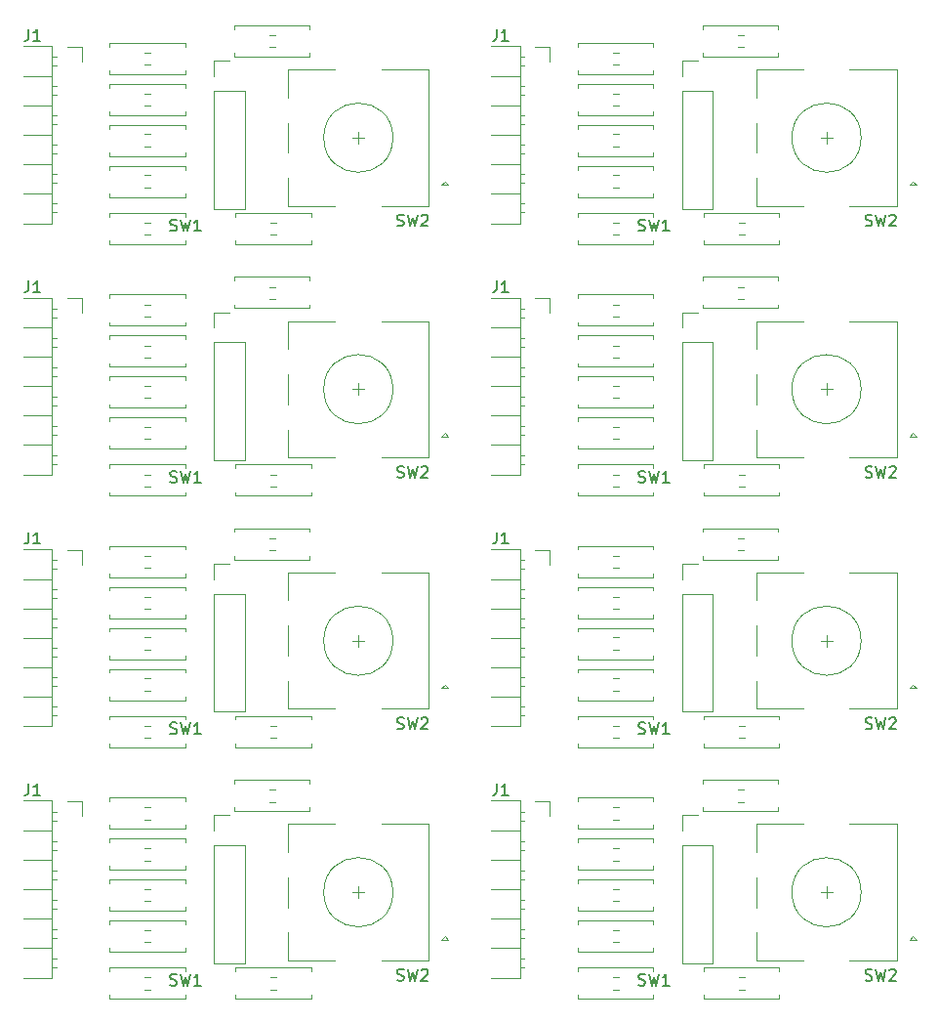
<source format=gbr>
%TF.GenerationSoftware,KiCad,Pcbnew,7.0.2*%
%TF.CreationDate,2023-05-26T21:55:47+09:00*%
%TF.ProjectId,kikit,6b696b69-742e-46b6-9963-61645f706362,rev?*%
%TF.SameCoordinates,Original*%
%TF.FileFunction,Legend,Top*%
%TF.FilePolarity,Positive*%
%FSLAX46Y46*%
G04 Gerber Fmt 4.6, Leading zero omitted, Abs format (unit mm)*
G04 Created by KiCad (PCBNEW 7.0.2) date 2023-05-26 21:55:47*
%MOMM*%
%LPD*%
G01*
G04 APERTURE LIST*
%ADD10C,0.150000*%
%ADD11C,0.120000*%
G04 APERTURE END LIST*
D10*
%TO.C,J1*%
X150115666Y-27723219D02*
X150115666Y-28437504D01*
X150115666Y-28437504D02*
X150068047Y-28580361D01*
X150068047Y-28580361D02*
X149972809Y-28675600D01*
X149972809Y-28675600D02*
X149829952Y-28723219D01*
X149829952Y-28723219D02*
X149734714Y-28723219D01*
X151115666Y-28723219D02*
X150544238Y-28723219D01*
X150829952Y-28723219D02*
X150829952Y-27723219D01*
X150829952Y-27723219D02*
X150734714Y-27866076D01*
X150734714Y-27866076D02*
X150639476Y-27961314D01*
X150639476Y-27961314D02*
X150544238Y-28008933D01*
X109504775Y-93108531D02*
X109504775Y-93822816D01*
X109504775Y-93822816D02*
X109457156Y-93965673D01*
X109457156Y-93965673D02*
X109361918Y-94060912D01*
X109361918Y-94060912D02*
X109219061Y-94108531D01*
X109219061Y-94108531D02*
X109123823Y-94108531D01*
X110504775Y-94108531D02*
X109933347Y-94108531D01*
X110219061Y-94108531D02*
X110219061Y-93108531D01*
X110219061Y-93108531D02*
X110123823Y-93251388D01*
X110123823Y-93251388D02*
X110028585Y-93346626D01*
X110028585Y-93346626D02*
X109933347Y-93394245D01*
X109504775Y-27723219D02*
X109504775Y-28437504D01*
X109504775Y-28437504D02*
X109457156Y-28580361D01*
X109457156Y-28580361D02*
X109361918Y-28675600D01*
X109361918Y-28675600D02*
X109219061Y-28723219D01*
X109219061Y-28723219D02*
X109123823Y-28723219D01*
X110504775Y-28723219D02*
X109933347Y-28723219D01*
X110219061Y-28723219D02*
X110219061Y-27723219D01*
X110219061Y-27723219D02*
X110123823Y-27866076D01*
X110123823Y-27866076D02*
X110028585Y-27961314D01*
X110028585Y-27961314D02*
X109933347Y-28008933D01*
X109504775Y-71313427D02*
X109504775Y-72027712D01*
X109504775Y-72027712D02*
X109457156Y-72170569D01*
X109457156Y-72170569D02*
X109361918Y-72265808D01*
X109361918Y-72265808D02*
X109219061Y-72313427D01*
X109219061Y-72313427D02*
X109123823Y-72313427D01*
X110504775Y-72313427D02*
X109933347Y-72313427D01*
X110219061Y-72313427D02*
X110219061Y-71313427D01*
X110219061Y-71313427D02*
X110123823Y-71456284D01*
X110123823Y-71456284D02*
X110028585Y-71551522D01*
X110028585Y-71551522D02*
X109933347Y-71599141D01*
X150115666Y-71313427D02*
X150115666Y-72027712D01*
X150115666Y-72027712D02*
X150068047Y-72170569D01*
X150068047Y-72170569D02*
X149972809Y-72265808D01*
X149972809Y-72265808D02*
X149829952Y-72313427D01*
X149829952Y-72313427D02*
X149734714Y-72313427D01*
X151115666Y-72313427D02*
X150544238Y-72313427D01*
X150829952Y-72313427D02*
X150829952Y-71313427D01*
X150829952Y-71313427D02*
X150734714Y-71456284D01*
X150734714Y-71456284D02*
X150639476Y-71551522D01*
X150639476Y-71551522D02*
X150544238Y-71599141D01*
%TO.C,SW1*%
X121779776Y-88759808D02*
X121922633Y-88807427D01*
X121922633Y-88807427D02*
X122160728Y-88807427D01*
X122160728Y-88807427D02*
X122255966Y-88759808D01*
X122255966Y-88759808D02*
X122303585Y-88712188D01*
X122303585Y-88712188D02*
X122351204Y-88616950D01*
X122351204Y-88616950D02*
X122351204Y-88521712D01*
X122351204Y-88521712D02*
X122303585Y-88426474D01*
X122303585Y-88426474D02*
X122255966Y-88378855D01*
X122255966Y-88378855D02*
X122160728Y-88331236D01*
X122160728Y-88331236D02*
X121970252Y-88283617D01*
X121970252Y-88283617D02*
X121875014Y-88235998D01*
X121875014Y-88235998D02*
X121827395Y-88188379D01*
X121827395Y-88188379D02*
X121779776Y-88093141D01*
X121779776Y-88093141D02*
X121779776Y-87997903D01*
X121779776Y-87997903D02*
X121827395Y-87902665D01*
X121827395Y-87902665D02*
X121875014Y-87855046D01*
X121875014Y-87855046D02*
X121970252Y-87807427D01*
X121970252Y-87807427D02*
X122208347Y-87807427D01*
X122208347Y-87807427D02*
X122351204Y-87855046D01*
X122684538Y-87807427D02*
X122922633Y-88807427D01*
X122922633Y-88807427D02*
X123113109Y-88093141D01*
X123113109Y-88093141D02*
X123303585Y-88807427D01*
X123303585Y-88807427D02*
X123541681Y-87807427D01*
X124446442Y-88807427D02*
X123875014Y-88807427D01*
X124160728Y-88807427D02*
X124160728Y-87807427D01*
X124160728Y-87807427D02*
X124065490Y-87950284D01*
X124065490Y-87950284D02*
X123970252Y-88045522D01*
X123970252Y-88045522D02*
X123875014Y-88093141D01*
%TO.C,SW2*%
X182076667Y-44749600D02*
X182219524Y-44797219D01*
X182219524Y-44797219D02*
X182457619Y-44797219D01*
X182457619Y-44797219D02*
X182552857Y-44749600D01*
X182552857Y-44749600D02*
X182600476Y-44701980D01*
X182600476Y-44701980D02*
X182648095Y-44606742D01*
X182648095Y-44606742D02*
X182648095Y-44511504D01*
X182648095Y-44511504D02*
X182600476Y-44416266D01*
X182600476Y-44416266D02*
X182552857Y-44368647D01*
X182552857Y-44368647D02*
X182457619Y-44321028D01*
X182457619Y-44321028D02*
X182267143Y-44273409D01*
X182267143Y-44273409D02*
X182171905Y-44225790D01*
X182171905Y-44225790D02*
X182124286Y-44178171D01*
X182124286Y-44178171D02*
X182076667Y-44082933D01*
X182076667Y-44082933D02*
X182076667Y-43987695D01*
X182076667Y-43987695D02*
X182124286Y-43892457D01*
X182124286Y-43892457D02*
X182171905Y-43844838D01*
X182171905Y-43844838D02*
X182267143Y-43797219D01*
X182267143Y-43797219D02*
X182505238Y-43797219D01*
X182505238Y-43797219D02*
X182648095Y-43844838D01*
X182981429Y-43797219D02*
X183219524Y-44797219D01*
X183219524Y-44797219D02*
X183410000Y-44082933D01*
X183410000Y-44082933D02*
X183600476Y-44797219D01*
X183600476Y-44797219D02*
X183838572Y-43797219D01*
X184171905Y-43892457D02*
X184219524Y-43844838D01*
X184219524Y-43844838D02*
X184314762Y-43797219D01*
X184314762Y-43797219D02*
X184552857Y-43797219D01*
X184552857Y-43797219D02*
X184648095Y-43844838D01*
X184648095Y-43844838D02*
X184695714Y-43892457D01*
X184695714Y-43892457D02*
X184743333Y-43987695D01*
X184743333Y-43987695D02*
X184743333Y-44082933D01*
X184743333Y-44082933D02*
X184695714Y-44225790D01*
X184695714Y-44225790D02*
X184124286Y-44797219D01*
X184124286Y-44797219D02*
X184743333Y-44797219D01*
X182076667Y-110134912D02*
X182219524Y-110182531D01*
X182219524Y-110182531D02*
X182457619Y-110182531D01*
X182457619Y-110182531D02*
X182552857Y-110134912D01*
X182552857Y-110134912D02*
X182600476Y-110087292D01*
X182600476Y-110087292D02*
X182648095Y-109992054D01*
X182648095Y-109992054D02*
X182648095Y-109896816D01*
X182648095Y-109896816D02*
X182600476Y-109801578D01*
X182600476Y-109801578D02*
X182552857Y-109753959D01*
X182552857Y-109753959D02*
X182457619Y-109706340D01*
X182457619Y-109706340D02*
X182267143Y-109658721D01*
X182267143Y-109658721D02*
X182171905Y-109611102D01*
X182171905Y-109611102D02*
X182124286Y-109563483D01*
X182124286Y-109563483D02*
X182076667Y-109468245D01*
X182076667Y-109468245D02*
X182076667Y-109373007D01*
X182076667Y-109373007D02*
X182124286Y-109277769D01*
X182124286Y-109277769D02*
X182171905Y-109230150D01*
X182171905Y-109230150D02*
X182267143Y-109182531D01*
X182267143Y-109182531D02*
X182505238Y-109182531D01*
X182505238Y-109182531D02*
X182648095Y-109230150D01*
X182981429Y-109182531D02*
X183219524Y-110182531D01*
X183219524Y-110182531D02*
X183410000Y-109468245D01*
X183410000Y-109468245D02*
X183600476Y-110182531D01*
X183600476Y-110182531D02*
X183838572Y-109182531D01*
X184171905Y-109277769D02*
X184219524Y-109230150D01*
X184219524Y-109230150D02*
X184314762Y-109182531D01*
X184314762Y-109182531D02*
X184552857Y-109182531D01*
X184552857Y-109182531D02*
X184648095Y-109230150D01*
X184648095Y-109230150D02*
X184695714Y-109277769D01*
X184695714Y-109277769D02*
X184743333Y-109373007D01*
X184743333Y-109373007D02*
X184743333Y-109468245D01*
X184743333Y-109468245D02*
X184695714Y-109611102D01*
X184695714Y-109611102D02*
X184124286Y-110182531D01*
X184124286Y-110182531D02*
X184743333Y-110182531D01*
%TO.C,SW1*%
X121779776Y-66964704D02*
X121922633Y-67012323D01*
X121922633Y-67012323D02*
X122160728Y-67012323D01*
X122160728Y-67012323D02*
X122255966Y-66964704D01*
X122255966Y-66964704D02*
X122303585Y-66917084D01*
X122303585Y-66917084D02*
X122351204Y-66821846D01*
X122351204Y-66821846D02*
X122351204Y-66726608D01*
X122351204Y-66726608D02*
X122303585Y-66631370D01*
X122303585Y-66631370D02*
X122255966Y-66583751D01*
X122255966Y-66583751D02*
X122160728Y-66536132D01*
X122160728Y-66536132D02*
X121970252Y-66488513D01*
X121970252Y-66488513D02*
X121875014Y-66440894D01*
X121875014Y-66440894D02*
X121827395Y-66393275D01*
X121827395Y-66393275D02*
X121779776Y-66298037D01*
X121779776Y-66298037D02*
X121779776Y-66202799D01*
X121779776Y-66202799D02*
X121827395Y-66107561D01*
X121827395Y-66107561D02*
X121875014Y-66059942D01*
X121875014Y-66059942D02*
X121970252Y-66012323D01*
X121970252Y-66012323D02*
X122208347Y-66012323D01*
X122208347Y-66012323D02*
X122351204Y-66059942D01*
X122684538Y-66012323D02*
X122922633Y-67012323D01*
X122922633Y-67012323D02*
X123113109Y-66298037D01*
X123113109Y-66298037D02*
X123303585Y-67012323D01*
X123303585Y-67012323D02*
X123541681Y-66012323D01*
X124446442Y-67012323D02*
X123875014Y-67012323D01*
X124160728Y-67012323D02*
X124160728Y-66012323D01*
X124160728Y-66012323D02*
X124065490Y-66155180D01*
X124065490Y-66155180D02*
X123970252Y-66250418D01*
X123970252Y-66250418D02*
X123875014Y-66298037D01*
%TO.C,J1*%
X150115666Y-49518323D02*
X150115666Y-50232608D01*
X150115666Y-50232608D02*
X150068047Y-50375465D01*
X150068047Y-50375465D02*
X149972809Y-50470704D01*
X149972809Y-50470704D02*
X149829952Y-50518323D01*
X149829952Y-50518323D02*
X149734714Y-50518323D01*
X151115666Y-50518323D02*
X150544238Y-50518323D01*
X150829952Y-50518323D02*
X150829952Y-49518323D01*
X150829952Y-49518323D02*
X150734714Y-49661180D01*
X150734714Y-49661180D02*
X150639476Y-49756418D01*
X150639476Y-49756418D02*
X150544238Y-49804037D01*
%TO.C,SW1*%
X162390667Y-110554912D02*
X162533524Y-110602531D01*
X162533524Y-110602531D02*
X162771619Y-110602531D01*
X162771619Y-110602531D02*
X162866857Y-110554912D01*
X162866857Y-110554912D02*
X162914476Y-110507292D01*
X162914476Y-110507292D02*
X162962095Y-110412054D01*
X162962095Y-110412054D02*
X162962095Y-110316816D01*
X162962095Y-110316816D02*
X162914476Y-110221578D01*
X162914476Y-110221578D02*
X162866857Y-110173959D01*
X162866857Y-110173959D02*
X162771619Y-110126340D01*
X162771619Y-110126340D02*
X162581143Y-110078721D01*
X162581143Y-110078721D02*
X162485905Y-110031102D01*
X162485905Y-110031102D02*
X162438286Y-109983483D01*
X162438286Y-109983483D02*
X162390667Y-109888245D01*
X162390667Y-109888245D02*
X162390667Y-109793007D01*
X162390667Y-109793007D02*
X162438286Y-109697769D01*
X162438286Y-109697769D02*
X162485905Y-109650150D01*
X162485905Y-109650150D02*
X162581143Y-109602531D01*
X162581143Y-109602531D02*
X162819238Y-109602531D01*
X162819238Y-109602531D02*
X162962095Y-109650150D01*
X163295429Y-109602531D02*
X163533524Y-110602531D01*
X163533524Y-110602531D02*
X163724000Y-109888245D01*
X163724000Y-109888245D02*
X163914476Y-110602531D01*
X163914476Y-110602531D02*
X164152572Y-109602531D01*
X165057333Y-110602531D02*
X164485905Y-110602531D01*
X164771619Y-110602531D02*
X164771619Y-109602531D01*
X164771619Y-109602531D02*
X164676381Y-109745388D01*
X164676381Y-109745388D02*
X164581143Y-109840626D01*
X164581143Y-109840626D02*
X164485905Y-109888245D01*
%TO.C,SW2*%
X141465776Y-88339808D02*
X141608633Y-88387427D01*
X141608633Y-88387427D02*
X141846728Y-88387427D01*
X141846728Y-88387427D02*
X141941966Y-88339808D01*
X141941966Y-88339808D02*
X141989585Y-88292188D01*
X141989585Y-88292188D02*
X142037204Y-88196950D01*
X142037204Y-88196950D02*
X142037204Y-88101712D01*
X142037204Y-88101712D02*
X141989585Y-88006474D01*
X141989585Y-88006474D02*
X141941966Y-87958855D01*
X141941966Y-87958855D02*
X141846728Y-87911236D01*
X141846728Y-87911236D02*
X141656252Y-87863617D01*
X141656252Y-87863617D02*
X141561014Y-87815998D01*
X141561014Y-87815998D02*
X141513395Y-87768379D01*
X141513395Y-87768379D02*
X141465776Y-87673141D01*
X141465776Y-87673141D02*
X141465776Y-87577903D01*
X141465776Y-87577903D02*
X141513395Y-87482665D01*
X141513395Y-87482665D02*
X141561014Y-87435046D01*
X141561014Y-87435046D02*
X141656252Y-87387427D01*
X141656252Y-87387427D02*
X141894347Y-87387427D01*
X141894347Y-87387427D02*
X142037204Y-87435046D01*
X142370538Y-87387427D02*
X142608633Y-88387427D01*
X142608633Y-88387427D02*
X142799109Y-87673141D01*
X142799109Y-87673141D02*
X142989585Y-88387427D01*
X142989585Y-88387427D02*
X143227681Y-87387427D01*
X143561014Y-87482665D02*
X143608633Y-87435046D01*
X143608633Y-87435046D02*
X143703871Y-87387427D01*
X143703871Y-87387427D02*
X143941966Y-87387427D01*
X143941966Y-87387427D02*
X144037204Y-87435046D01*
X144037204Y-87435046D02*
X144084823Y-87482665D01*
X144084823Y-87482665D02*
X144132442Y-87577903D01*
X144132442Y-87577903D02*
X144132442Y-87673141D01*
X144132442Y-87673141D02*
X144084823Y-87815998D01*
X144084823Y-87815998D02*
X143513395Y-88387427D01*
X143513395Y-88387427D02*
X144132442Y-88387427D01*
%TO.C,SW1*%
X121779776Y-45169600D02*
X121922633Y-45217219D01*
X121922633Y-45217219D02*
X122160728Y-45217219D01*
X122160728Y-45217219D02*
X122255966Y-45169600D01*
X122255966Y-45169600D02*
X122303585Y-45121980D01*
X122303585Y-45121980D02*
X122351204Y-45026742D01*
X122351204Y-45026742D02*
X122351204Y-44931504D01*
X122351204Y-44931504D02*
X122303585Y-44836266D01*
X122303585Y-44836266D02*
X122255966Y-44788647D01*
X122255966Y-44788647D02*
X122160728Y-44741028D01*
X122160728Y-44741028D02*
X121970252Y-44693409D01*
X121970252Y-44693409D02*
X121875014Y-44645790D01*
X121875014Y-44645790D02*
X121827395Y-44598171D01*
X121827395Y-44598171D02*
X121779776Y-44502933D01*
X121779776Y-44502933D02*
X121779776Y-44407695D01*
X121779776Y-44407695D02*
X121827395Y-44312457D01*
X121827395Y-44312457D02*
X121875014Y-44264838D01*
X121875014Y-44264838D02*
X121970252Y-44217219D01*
X121970252Y-44217219D02*
X122208347Y-44217219D01*
X122208347Y-44217219D02*
X122351204Y-44264838D01*
X122684538Y-44217219D02*
X122922633Y-45217219D01*
X122922633Y-45217219D02*
X123113109Y-44502933D01*
X123113109Y-44502933D02*
X123303585Y-45217219D01*
X123303585Y-45217219D02*
X123541681Y-44217219D01*
X124446442Y-45217219D02*
X123875014Y-45217219D01*
X124160728Y-45217219D02*
X124160728Y-44217219D01*
X124160728Y-44217219D02*
X124065490Y-44360076D01*
X124065490Y-44360076D02*
X123970252Y-44455314D01*
X123970252Y-44455314D02*
X123875014Y-44502933D01*
%TO.C,SW2*%
X182076667Y-88339808D02*
X182219524Y-88387427D01*
X182219524Y-88387427D02*
X182457619Y-88387427D01*
X182457619Y-88387427D02*
X182552857Y-88339808D01*
X182552857Y-88339808D02*
X182600476Y-88292188D01*
X182600476Y-88292188D02*
X182648095Y-88196950D01*
X182648095Y-88196950D02*
X182648095Y-88101712D01*
X182648095Y-88101712D02*
X182600476Y-88006474D01*
X182600476Y-88006474D02*
X182552857Y-87958855D01*
X182552857Y-87958855D02*
X182457619Y-87911236D01*
X182457619Y-87911236D02*
X182267143Y-87863617D01*
X182267143Y-87863617D02*
X182171905Y-87815998D01*
X182171905Y-87815998D02*
X182124286Y-87768379D01*
X182124286Y-87768379D02*
X182076667Y-87673141D01*
X182076667Y-87673141D02*
X182076667Y-87577903D01*
X182076667Y-87577903D02*
X182124286Y-87482665D01*
X182124286Y-87482665D02*
X182171905Y-87435046D01*
X182171905Y-87435046D02*
X182267143Y-87387427D01*
X182267143Y-87387427D02*
X182505238Y-87387427D01*
X182505238Y-87387427D02*
X182648095Y-87435046D01*
X182981429Y-87387427D02*
X183219524Y-88387427D01*
X183219524Y-88387427D02*
X183410000Y-87673141D01*
X183410000Y-87673141D02*
X183600476Y-88387427D01*
X183600476Y-88387427D02*
X183838572Y-87387427D01*
X184171905Y-87482665D02*
X184219524Y-87435046D01*
X184219524Y-87435046D02*
X184314762Y-87387427D01*
X184314762Y-87387427D02*
X184552857Y-87387427D01*
X184552857Y-87387427D02*
X184648095Y-87435046D01*
X184648095Y-87435046D02*
X184695714Y-87482665D01*
X184695714Y-87482665D02*
X184743333Y-87577903D01*
X184743333Y-87577903D02*
X184743333Y-87673141D01*
X184743333Y-87673141D02*
X184695714Y-87815998D01*
X184695714Y-87815998D02*
X184124286Y-88387427D01*
X184124286Y-88387427D02*
X184743333Y-88387427D01*
%TO.C,SW1*%
X162390667Y-88759808D02*
X162533524Y-88807427D01*
X162533524Y-88807427D02*
X162771619Y-88807427D01*
X162771619Y-88807427D02*
X162866857Y-88759808D01*
X162866857Y-88759808D02*
X162914476Y-88712188D01*
X162914476Y-88712188D02*
X162962095Y-88616950D01*
X162962095Y-88616950D02*
X162962095Y-88521712D01*
X162962095Y-88521712D02*
X162914476Y-88426474D01*
X162914476Y-88426474D02*
X162866857Y-88378855D01*
X162866857Y-88378855D02*
X162771619Y-88331236D01*
X162771619Y-88331236D02*
X162581143Y-88283617D01*
X162581143Y-88283617D02*
X162485905Y-88235998D01*
X162485905Y-88235998D02*
X162438286Y-88188379D01*
X162438286Y-88188379D02*
X162390667Y-88093141D01*
X162390667Y-88093141D02*
X162390667Y-87997903D01*
X162390667Y-87997903D02*
X162438286Y-87902665D01*
X162438286Y-87902665D02*
X162485905Y-87855046D01*
X162485905Y-87855046D02*
X162581143Y-87807427D01*
X162581143Y-87807427D02*
X162819238Y-87807427D01*
X162819238Y-87807427D02*
X162962095Y-87855046D01*
X163295429Y-87807427D02*
X163533524Y-88807427D01*
X163533524Y-88807427D02*
X163724000Y-88093141D01*
X163724000Y-88093141D02*
X163914476Y-88807427D01*
X163914476Y-88807427D02*
X164152572Y-87807427D01*
X165057333Y-88807427D02*
X164485905Y-88807427D01*
X164771619Y-88807427D02*
X164771619Y-87807427D01*
X164771619Y-87807427D02*
X164676381Y-87950284D01*
X164676381Y-87950284D02*
X164581143Y-88045522D01*
X164581143Y-88045522D02*
X164485905Y-88093141D01*
%TO.C,SW2*%
X141465776Y-66544704D02*
X141608633Y-66592323D01*
X141608633Y-66592323D02*
X141846728Y-66592323D01*
X141846728Y-66592323D02*
X141941966Y-66544704D01*
X141941966Y-66544704D02*
X141989585Y-66497084D01*
X141989585Y-66497084D02*
X142037204Y-66401846D01*
X142037204Y-66401846D02*
X142037204Y-66306608D01*
X142037204Y-66306608D02*
X141989585Y-66211370D01*
X141989585Y-66211370D02*
X141941966Y-66163751D01*
X141941966Y-66163751D02*
X141846728Y-66116132D01*
X141846728Y-66116132D02*
X141656252Y-66068513D01*
X141656252Y-66068513D02*
X141561014Y-66020894D01*
X141561014Y-66020894D02*
X141513395Y-65973275D01*
X141513395Y-65973275D02*
X141465776Y-65878037D01*
X141465776Y-65878037D02*
X141465776Y-65782799D01*
X141465776Y-65782799D02*
X141513395Y-65687561D01*
X141513395Y-65687561D02*
X141561014Y-65639942D01*
X141561014Y-65639942D02*
X141656252Y-65592323D01*
X141656252Y-65592323D02*
X141894347Y-65592323D01*
X141894347Y-65592323D02*
X142037204Y-65639942D01*
X142370538Y-65592323D02*
X142608633Y-66592323D01*
X142608633Y-66592323D02*
X142799109Y-65878037D01*
X142799109Y-65878037D02*
X142989585Y-66592323D01*
X142989585Y-66592323D02*
X143227681Y-65592323D01*
X143561014Y-65687561D02*
X143608633Y-65639942D01*
X143608633Y-65639942D02*
X143703871Y-65592323D01*
X143703871Y-65592323D02*
X143941966Y-65592323D01*
X143941966Y-65592323D02*
X144037204Y-65639942D01*
X144037204Y-65639942D02*
X144084823Y-65687561D01*
X144084823Y-65687561D02*
X144132442Y-65782799D01*
X144132442Y-65782799D02*
X144132442Y-65878037D01*
X144132442Y-65878037D02*
X144084823Y-66020894D01*
X144084823Y-66020894D02*
X143513395Y-66592323D01*
X143513395Y-66592323D02*
X144132442Y-66592323D01*
%TO.C,J1*%
X109504775Y-49518323D02*
X109504775Y-50232608D01*
X109504775Y-50232608D02*
X109457156Y-50375465D01*
X109457156Y-50375465D02*
X109361918Y-50470704D01*
X109361918Y-50470704D02*
X109219061Y-50518323D01*
X109219061Y-50518323D02*
X109123823Y-50518323D01*
X110504775Y-50518323D02*
X109933347Y-50518323D01*
X110219061Y-50518323D02*
X110219061Y-49518323D01*
X110219061Y-49518323D02*
X110123823Y-49661180D01*
X110123823Y-49661180D02*
X110028585Y-49756418D01*
X110028585Y-49756418D02*
X109933347Y-49804037D01*
%TO.C,SW2*%
X141465776Y-110134912D02*
X141608633Y-110182531D01*
X141608633Y-110182531D02*
X141846728Y-110182531D01*
X141846728Y-110182531D02*
X141941966Y-110134912D01*
X141941966Y-110134912D02*
X141989585Y-110087292D01*
X141989585Y-110087292D02*
X142037204Y-109992054D01*
X142037204Y-109992054D02*
X142037204Y-109896816D01*
X142037204Y-109896816D02*
X141989585Y-109801578D01*
X141989585Y-109801578D02*
X141941966Y-109753959D01*
X141941966Y-109753959D02*
X141846728Y-109706340D01*
X141846728Y-109706340D02*
X141656252Y-109658721D01*
X141656252Y-109658721D02*
X141561014Y-109611102D01*
X141561014Y-109611102D02*
X141513395Y-109563483D01*
X141513395Y-109563483D02*
X141465776Y-109468245D01*
X141465776Y-109468245D02*
X141465776Y-109373007D01*
X141465776Y-109373007D02*
X141513395Y-109277769D01*
X141513395Y-109277769D02*
X141561014Y-109230150D01*
X141561014Y-109230150D02*
X141656252Y-109182531D01*
X141656252Y-109182531D02*
X141894347Y-109182531D01*
X141894347Y-109182531D02*
X142037204Y-109230150D01*
X142370538Y-109182531D02*
X142608633Y-110182531D01*
X142608633Y-110182531D02*
X142799109Y-109468245D01*
X142799109Y-109468245D02*
X142989585Y-110182531D01*
X142989585Y-110182531D02*
X143227681Y-109182531D01*
X143561014Y-109277769D02*
X143608633Y-109230150D01*
X143608633Y-109230150D02*
X143703871Y-109182531D01*
X143703871Y-109182531D02*
X143941966Y-109182531D01*
X143941966Y-109182531D02*
X144037204Y-109230150D01*
X144037204Y-109230150D02*
X144084823Y-109277769D01*
X144084823Y-109277769D02*
X144132442Y-109373007D01*
X144132442Y-109373007D02*
X144132442Y-109468245D01*
X144132442Y-109468245D02*
X144084823Y-109611102D01*
X144084823Y-109611102D02*
X143513395Y-110182531D01*
X143513395Y-110182531D02*
X144132442Y-110182531D01*
X182076667Y-66544704D02*
X182219524Y-66592323D01*
X182219524Y-66592323D02*
X182457619Y-66592323D01*
X182457619Y-66592323D02*
X182552857Y-66544704D01*
X182552857Y-66544704D02*
X182600476Y-66497084D01*
X182600476Y-66497084D02*
X182648095Y-66401846D01*
X182648095Y-66401846D02*
X182648095Y-66306608D01*
X182648095Y-66306608D02*
X182600476Y-66211370D01*
X182600476Y-66211370D02*
X182552857Y-66163751D01*
X182552857Y-66163751D02*
X182457619Y-66116132D01*
X182457619Y-66116132D02*
X182267143Y-66068513D01*
X182267143Y-66068513D02*
X182171905Y-66020894D01*
X182171905Y-66020894D02*
X182124286Y-65973275D01*
X182124286Y-65973275D02*
X182076667Y-65878037D01*
X182076667Y-65878037D02*
X182076667Y-65782799D01*
X182076667Y-65782799D02*
X182124286Y-65687561D01*
X182124286Y-65687561D02*
X182171905Y-65639942D01*
X182171905Y-65639942D02*
X182267143Y-65592323D01*
X182267143Y-65592323D02*
X182505238Y-65592323D01*
X182505238Y-65592323D02*
X182648095Y-65639942D01*
X182981429Y-65592323D02*
X183219524Y-66592323D01*
X183219524Y-66592323D02*
X183410000Y-65878037D01*
X183410000Y-65878037D02*
X183600476Y-66592323D01*
X183600476Y-66592323D02*
X183838572Y-65592323D01*
X184171905Y-65687561D02*
X184219524Y-65639942D01*
X184219524Y-65639942D02*
X184314762Y-65592323D01*
X184314762Y-65592323D02*
X184552857Y-65592323D01*
X184552857Y-65592323D02*
X184648095Y-65639942D01*
X184648095Y-65639942D02*
X184695714Y-65687561D01*
X184695714Y-65687561D02*
X184743333Y-65782799D01*
X184743333Y-65782799D02*
X184743333Y-65878037D01*
X184743333Y-65878037D02*
X184695714Y-66020894D01*
X184695714Y-66020894D02*
X184124286Y-66592323D01*
X184124286Y-66592323D02*
X184743333Y-66592323D01*
%TO.C,SW1*%
X162390667Y-45169600D02*
X162533524Y-45217219D01*
X162533524Y-45217219D02*
X162771619Y-45217219D01*
X162771619Y-45217219D02*
X162866857Y-45169600D01*
X162866857Y-45169600D02*
X162914476Y-45121980D01*
X162914476Y-45121980D02*
X162962095Y-45026742D01*
X162962095Y-45026742D02*
X162962095Y-44931504D01*
X162962095Y-44931504D02*
X162914476Y-44836266D01*
X162914476Y-44836266D02*
X162866857Y-44788647D01*
X162866857Y-44788647D02*
X162771619Y-44741028D01*
X162771619Y-44741028D02*
X162581143Y-44693409D01*
X162581143Y-44693409D02*
X162485905Y-44645790D01*
X162485905Y-44645790D02*
X162438286Y-44598171D01*
X162438286Y-44598171D02*
X162390667Y-44502933D01*
X162390667Y-44502933D02*
X162390667Y-44407695D01*
X162390667Y-44407695D02*
X162438286Y-44312457D01*
X162438286Y-44312457D02*
X162485905Y-44264838D01*
X162485905Y-44264838D02*
X162581143Y-44217219D01*
X162581143Y-44217219D02*
X162819238Y-44217219D01*
X162819238Y-44217219D02*
X162962095Y-44264838D01*
X163295429Y-44217219D02*
X163533524Y-45217219D01*
X163533524Y-45217219D02*
X163724000Y-44502933D01*
X163724000Y-44502933D02*
X163914476Y-45217219D01*
X163914476Y-45217219D02*
X164152572Y-44217219D01*
X165057333Y-45217219D02*
X164485905Y-45217219D01*
X164771619Y-45217219D02*
X164771619Y-44217219D01*
X164771619Y-44217219D02*
X164676381Y-44360076D01*
X164676381Y-44360076D02*
X164581143Y-44455314D01*
X164581143Y-44455314D02*
X164485905Y-44502933D01*
X162390667Y-66964704D02*
X162533524Y-67012323D01*
X162533524Y-67012323D02*
X162771619Y-67012323D01*
X162771619Y-67012323D02*
X162866857Y-66964704D01*
X162866857Y-66964704D02*
X162914476Y-66917084D01*
X162914476Y-66917084D02*
X162962095Y-66821846D01*
X162962095Y-66821846D02*
X162962095Y-66726608D01*
X162962095Y-66726608D02*
X162914476Y-66631370D01*
X162914476Y-66631370D02*
X162866857Y-66583751D01*
X162866857Y-66583751D02*
X162771619Y-66536132D01*
X162771619Y-66536132D02*
X162581143Y-66488513D01*
X162581143Y-66488513D02*
X162485905Y-66440894D01*
X162485905Y-66440894D02*
X162438286Y-66393275D01*
X162438286Y-66393275D02*
X162390667Y-66298037D01*
X162390667Y-66298037D02*
X162390667Y-66202799D01*
X162390667Y-66202799D02*
X162438286Y-66107561D01*
X162438286Y-66107561D02*
X162485905Y-66059942D01*
X162485905Y-66059942D02*
X162581143Y-66012323D01*
X162581143Y-66012323D02*
X162819238Y-66012323D01*
X162819238Y-66012323D02*
X162962095Y-66059942D01*
X163295429Y-66012323D02*
X163533524Y-67012323D01*
X163533524Y-67012323D02*
X163724000Y-66298037D01*
X163724000Y-66298037D02*
X163914476Y-67012323D01*
X163914476Y-67012323D02*
X164152572Y-66012323D01*
X165057333Y-67012323D02*
X164485905Y-67012323D01*
X164771619Y-67012323D02*
X164771619Y-66012323D01*
X164771619Y-66012323D02*
X164676381Y-66155180D01*
X164676381Y-66155180D02*
X164581143Y-66250418D01*
X164581143Y-66250418D02*
X164485905Y-66298037D01*
%TO.C,SW2*%
X141465776Y-44749600D02*
X141608633Y-44797219D01*
X141608633Y-44797219D02*
X141846728Y-44797219D01*
X141846728Y-44797219D02*
X141941966Y-44749600D01*
X141941966Y-44749600D02*
X141989585Y-44701980D01*
X141989585Y-44701980D02*
X142037204Y-44606742D01*
X142037204Y-44606742D02*
X142037204Y-44511504D01*
X142037204Y-44511504D02*
X141989585Y-44416266D01*
X141989585Y-44416266D02*
X141941966Y-44368647D01*
X141941966Y-44368647D02*
X141846728Y-44321028D01*
X141846728Y-44321028D02*
X141656252Y-44273409D01*
X141656252Y-44273409D02*
X141561014Y-44225790D01*
X141561014Y-44225790D02*
X141513395Y-44178171D01*
X141513395Y-44178171D02*
X141465776Y-44082933D01*
X141465776Y-44082933D02*
X141465776Y-43987695D01*
X141465776Y-43987695D02*
X141513395Y-43892457D01*
X141513395Y-43892457D02*
X141561014Y-43844838D01*
X141561014Y-43844838D02*
X141656252Y-43797219D01*
X141656252Y-43797219D02*
X141894347Y-43797219D01*
X141894347Y-43797219D02*
X142037204Y-43844838D01*
X142370538Y-43797219D02*
X142608633Y-44797219D01*
X142608633Y-44797219D02*
X142799109Y-44082933D01*
X142799109Y-44082933D02*
X142989585Y-44797219D01*
X142989585Y-44797219D02*
X143227681Y-43797219D01*
X143561014Y-43892457D02*
X143608633Y-43844838D01*
X143608633Y-43844838D02*
X143703871Y-43797219D01*
X143703871Y-43797219D02*
X143941966Y-43797219D01*
X143941966Y-43797219D02*
X144037204Y-43844838D01*
X144037204Y-43844838D02*
X144084823Y-43892457D01*
X144084823Y-43892457D02*
X144132442Y-43987695D01*
X144132442Y-43987695D02*
X144132442Y-44082933D01*
X144132442Y-44082933D02*
X144084823Y-44225790D01*
X144084823Y-44225790D02*
X143513395Y-44797219D01*
X143513395Y-44797219D02*
X144132442Y-44797219D01*
%TO.C,SW1*%
X121779776Y-110554912D02*
X121922633Y-110602531D01*
X121922633Y-110602531D02*
X122160728Y-110602531D01*
X122160728Y-110602531D02*
X122255966Y-110554912D01*
X122255966Y-110554912D02*
X122303585Y-110507292D01*
X122303585Y-110507292D02*
X122351204Y-110412054D01*
X122351204Y-110412054D02*
X122351204Y-110316816D01*
X122351204Y-110316816D02*
X122303585Y-110221578D01*
X122303585Y-110221578D02*
X122255966Y-110173959D01*
X122255966Y-110173959D02*
X122160728Y-110126340D01*
X122160728Y-110126340D02*
X121970252Y-110078721D01*
X121970252Y-110078721D02*
X121875014Y-110031102D01*
X121875014Y-110031102D02*
X121827395Y-109983483D01*
X121827395Y-109983483D02*
X121779776Y-109888245D01*
X121779776Y-109888245D02*
X121779776Y-109793007D01*
X121779776Y-109793007D02*
X121827395Y-109697769D01*
X121827395Y-109697769D02*
X121875014Y-109650150D01*
X121875014Y-109650150D02*
X121970252Y-109602531D01*
X121970252Y-109602531D02*
X122208347Y-109602531D01*
X122208347Y-109602531D02*
X122351204Y-109650150D01*
X122684538Y-109602531D02*
X122922633Y-110602531D01*
X122922633Y-110602531D02*
X123113109Y-109888245D01*
X123113109Y-109888245D02*
X123303585Y-110602531D01*
X123303585Y-110602531D02*
X123541681Y-109602531D01*
X124446442Y-110602531D02*
X123875014Y-110602531D01*
X124160728Y-110602531D02*
X124160728Y-109602531D01*
X124160728Y-109602531D02*
X124065490Y-109745388D01*
X124065490Y-109745388D02*
X123970252Y-109840626D01*
X123970252Y-109840626D02*
X123875014Y-109888245D01*
%TO.C,J1*%
X150115666Y-93108531D02*
X150115666Y-93822816D01*
X150115666Y-93822816D02*
X150068047Y-93965673D01*
X150068047Y-93965673D02*
X149972809Y-94060912D01*
X149972809Y-94060912D02*
X149829952Y-94108531D01*
X149829952Y-94108531D02*
X149734714Y-94108531D01*
X151115666Y-94108531D02*
X150544238Y-94108531D01*
X150829952Y-94108531D02*
X150829952Y-93108531D01*
X150829952Y-93108531D02*
X150734714Y-93251388D01*
X150734714Y-93251388D02*
X150639476Y-93346626D01*
X150639476Y-93346626D02*
X150544238Y-93394245D01*
D11*
%TO.C,R7*%
X127463109Y-65433704D02*
X134003109Y-65433704D01*
X127463109Y-65763704D02*
X127463109Y-65433704D01*
X127463109Y-67843704D02*
X127463109Y-68173704D01*
X127463109Y-68173704D02*
X134003109Y-68173704D01*
X130478385Y-66312704D02*
X130987833Y-66312704D01*
X130478385Y-67357704D02*
X130987833Y-67357704D01*
X134003109Y-65433704D02*
X134003109Y-65763704D01*
X134003109Y-68173704D02*
X134003109Y-67843704D01*
%TO.C,R3*%
X157152000Y-76052808D02*
X163692000Y-76052808D01*
X157152000Y-76382808D02*
X157152000Y-76052808D01*
X157152000Y-78462808D02*
X157152000Y-78792808D01*
X157152000Y-78792808D02*
X163692000Y-78792808D01*
X160167276Y-76931808D02*
X160676724Y-76931808D01*
X160167276Y-77976808D02*
X160676724Y-77976808D01*
X163692000Y-76052808D02*
X163692000Y-76382808D01*
X163692000Y-78792808D02*
X163692000Y-78462808D01*
%TO.C,R1*%
X123081109Y-104143912D02*
X116541109Y-104143912D01*
X123081109Y-103813912D02*
X123081109Y-104143912D01*
X123081109Y-101733912D02*
X123081109Y-101403912D01*
X123081109Y-101403912D02*
X116541109Y-101403912D01*
X120065833Y-103264912D02*
X119556385Y-103264912D01*
X120065833Y-102219912D02*
X119556385Y-102219912D01*
X116541109Y-104143912D02*
X116541109Y-103813912D01*
X116541109Y-101403912D02*
X116541109Y-101733912D01*
%TO.C,R5*%
X127359609Y-49177704D02*
X133899609Y-49177704D01*
X127359609Y-49507704D02*
X127359609Y-49177704D01*
X127359609Y-51587704D02*
X127359609Y-51917704D01*
X127359609Y-51917704D02*
X133899609Y-51917704D01*
X130374885Y-50056704D02*
X130884333Y-50056704D01*
X130374885Y-51101704D02*
X130884333Y-51101704D01*
X133899609Y-49177704D02*
X133899609Y-49507704D01*
X133899609Y-51917704D02*
X133899609Y-51587704D01*
%TO.C,R2*%
X157152000Y-50701704D02*
X163692000Y-50701704D01*
X157152000Y-51031704D02*
X157152000Y-50701704D01*
X157152000Y-53111704D02*
X157152000Y-53441704D01*
X157152000Y-53441704D02*
X163692000Y-53441704D01*
X160167276Y-51580704D02*
X160676724Y-51580704D01*
X160167276Y-52625704D02*
X160676724Y-52625704D01*
X163692000Y-50701704D02*
X163692000Y-51031704D01*
X163692000Y-53441704D02*
X163692000Y-53111704D01*
%TO.C,J1*%
X149630000Y-29200600D02*
X152124000Y-29200600D01*
X152124000Y-29200600D02*
X152124000Y-44560600D01*
X152124000Y-31800600D02*
X149630000Y-31800600D01*
X152124000Y-34340600D02*
X149630000Y-34340600D01*
X152124000Y-36880600D02*
X149630000Y-36880600D01*
X152124000Y-39420600D02*
X149630000Y-39420600D01*
X152124000Y-41960600D02*
X149630000Y-41960600D01*
X152124000Y-44560600D02*
X149630000Y-44560600D01*
X152521071Y-30150600D02*
X152124000Y-30150600D01*
X152521071Y-30910600D02*
X152124000Y-30910600D01*
X152521071Y-32690600D02*
X152124000Y-32690600D01*
X152521071Y-33450600D02*
X152124000Y-33450600D01*
X152521071Y-35230600D02*
X152124000Y-35230600D01*
X152521071Y-35990600D02*
X152124000Y-35990600D01*
X152521071Y-37770600D02*
X152124000Y-37770600D01*
X152521071Y-38530600D02*
X152124000Y-38530600D01*
X152521071Y-40310600D02*
X152124000Y-40310600D01*
X152521071Y-41070600D02*
X152124000Y-41070600D01*
X152521071Y-42850600D02*
X152124000Y-42850600D01*
X152521071Y-43610600D02*
X152124000Y-43610600D01*
X154710000Y-29260600D02*
X153440000Y-29260600D01*
X154710000Y-30530600D02*
X154710000Y-29260600D01*
X109019109Y-94585912D02*
X111513109Y-94585912D01*
X111513109Y-94585912D02*
X111513109Y-109945912D01*
X111513109Y-97185912D02*
X109019109Y-97185912D01*
X111513109Y-99725912D02*
X109019109Y-99725912D01*
X111513109Y-102265912D02*
X109019109Y-102265912D01*
X111513109Y-104805912D02*
X109019109Y-104805912D01*
X111513109Y-107345912D02*
X109019109Y-107345912D01*
X111513109Y-109945912D02*
X109019109Y-109945912D01*
X111910180Y-95535912D02*
X111513109Y-95535912D01*
X111910180Y-96295912D02*
X111513109Y-96295912D01*
X111910180Y-98075912D02*
X111513109Y-98075912D01*
X111910180Y-98835912D02*
X111513109Y-98835912D01*
X111910180Y-100615912D02*
X111513109Y-100615912D01*
X111910180Y-101375912D02*
X111513109Y-101375912D01*
X111910180Y-103155912D02*
X111513109Y-103155912D01*
X111910180Y-103915912D02*
X111513109Y-103915912D01*
X111910180Y-105695912D02*
X111513109Y-105695912D01*
X111910180Y-106455912D02*
X111513109Y-106455912D01*
X111910180Y-108235912D02*
X111513109Y-108235912D01*
X111910180Y-108995912D02*
X111513109Y-108995912D01*
X114099109Y-94645912D02*
X112829109Y-94645912D01*
X114099109Y-95915912D02*
X114099109Y-94645912D01*
%TO.C,R2*%
X116541109Y-72496808D02*
X123081109Y-72496808D01*
X116541109Y-72826808D02*
X116541109Y-72496808D01*
X116541109Y-74906808D02*
X116541109Y-75236808D01*
X116541109Y-75236808D02*
X123081109Y-75236808D01*
X119556385Y-73375808D02*
X120065833Y-73375808D01*
X119556385Y-74420808D02*
X120065833Y-74420808D01*
X123081109Y-72496808D02*
X123081109Y-72826808D01*
X123081109Y-75236808D02*
X123081109Y-74906808D01*
%TO.C,R7*%
X168074000Y-87228808D02*
X174614000Y-87228808D01*
X168074000Y-87558808D02*
X168074000Y-87228808D01*
X168074000Y-89638808D02*
X168074000Y-89968808D01*
X168074000Y-89968808D02*
X174614000Y-89968808D01*
X171089276Y-88107808D02*
X171598724Y-88107808D01*
X171089276Y-89152808D02*
X171598724Y-89152808D01*
X174614000Y-87228808D02*
X174614000Y-87558808D01*
X174614000Y-89968808D02*
X174614000Y-89638808D01*
%TO.C,R6*%
X123081109Y-64109704D02*
X116541109Y-64109704D01*
X123081109Y-63779704D02*
X123081109Y-64109704D01*
X123081109Y-61699704D02*
X123081109Y-61369704D01*
X123081109Y-61369704D02*
X116541109Y-61369704D01*
X120065833Y-63230704D02*
X119556385Y-63230704D01*
X120065833Y-62185704D02*
X119556385Y-62185704D01*
X116541109Y-64109704D02*
X116541109Y-63779704D01*
X116541109Y-61369704D02*
X116541109Y-61699704D01*
X123081109Y-85904808D02*
X116541109Y-85904808D01*
X123081109Y-85574808D02*
X123081109Y-85904808D01*
X123081109Y-83494808D02*
X123081109Y-83164808D01*
X123081109Y-83164808D02*
X116541109Y-83164808D01*
X120065833Y-85025808D02*
X119556385Y-85025808D01*
X120065833Y-83980808D02*
X119556385Y-83980808D01*
X116541109Y-85904808D02*
X116541109Y-85574808D01*
X116541109Y-83164808D02*
X116541109Y-83494808D01*
%TO.C,J1*%
X109019109Y-29200600D02*
X111513109Y-29200600D01*
X111513109Y-29200600D02*
X111513109Y-44560600D01*
X111513109Y-31800600D02*
X109019109Y-31800600D01*
X111513109Y-34340600D02*
X109019109Y-34340600D01*
X111513109Y-36880600D02*
X109019109Y-36880600D01*
X111513109Y-39420600D02*
X109019109Y-39420600D01*
X111513109Y-41960600D02*
X109019109Y-41960600D01*
X111513109Y-44560600D02*
X109019109Y-44560600D01*
X111910180Y-30150600D02*
X111513109Y-30150600D01*
X111910180Y-30910600D02*
X111513109Y-30910600D01*
X111910180Y-32690600D02*
X111513109Y-32690600D01*
X111910180Y-33450600D02*
X111513109Y-33450600D01*
X111910180Y-35230600D02*
X111513109Y-35230600D01*
X111910180Y-35990600D02*
X111513109Y-35990600D01*
X111910180Y-37770600D02*
X111513109Y-37770600D01*
X111910180Y-38530600D02*
X111513109Y-38530600D01*
X111910180Y-40310600D02*
X111513109Y-40310600D01*
X111910180Y-41070600D02*
X111513109Y-41070600D01*
X111910180Y-42850600D02*
X111513109Y-42850600D01*
X111910180Y-43610600D02*
X111513109Y-43610600D01*
X114099109Y-29260600D02*
X112829109Y-29260600D01*
X114099109Y-30530600D02*
X114099109Y-29260600D01*
%TO.C,R6*%
X163692000Y-42314600D02*
X157152000Y-42314600D01*
X163692000Y-41984600D02*
X163692000Y-42314600D01*
X163692000Y-39904600D02*
X163692000Y-39574600D01*
X163692000Y-39574600D02*
X157152000Y-39574600D01*
X160676724Y-41435600D02*
X160167276Y-41435600D01*
X160676724Y-40390600D02*
X160167276Y-40390600D01*
X157152000Y-42314600D02*
X157152000Y-41984600D01*
X157152000Y-39574600D02*
X157152000Y-39904600D01*
%TO.C,J1*%
X109019109Y-72790808D02*
X111513109Y-72790808D01*
X111513109Y-72790808D02*
X111513109Y-88150808D01*
X111513109Y-75390808D02*
X109019109Y-75390808D01*
X111513109Y-77930808D02*
X109019109Y-77930808D01*
X111513109Y-80470808D02*
X109019109Y-80470808D01*
X111513109Y-83010808D02*
X109019109Y-83010808D01*
X111513109Y-85550808D02*
X109019109Y-85550808D01*
X111513109Y-88150808D02*
X109019109Y-88150808D01*
X111910180Y-73740808D02*
X111513109Y-73740808D01*
X111910180Y-74500808D02*
X111513109Y-74500808D01*
X111910180Y-76280808D02*
X111513109Y-76280808D01*
X111910180Y-77040808D02*
X111513109Y-77040808D01*
X111910180Y-78820808D02*
X111513109Y-78820808D01*
X111910180Y-79580808D02*
X111513109Y-79580808D01*
X111910180Y-81360808D02*
X111513109Y-81360808D01*
X111910180Y-82120808D02*
X111513109Y-82120808D01*
X111910180Y-83900808D02*
X111513109Y-83900808D01*
X111910180Y-84660808D02*
X111513109Y-84660808D01*
X111910180Y-86440808D02*
X111513109Y-86440808D01*
X111910180Y-87200808D02*
X111513109Y-87200808D01*
X114099109Y-72850808D02*
X112829109Y-72850808D01*
X114099109Y-74120808D02*
X114099109Y-72850808D01*
%TO.C,R2*%
X157152000Y-94291912D02*
X163692000Y-94291912D01*
X157152000Y-94621912D02*
X157152000Y-94291912D01*
X157152000Y-96701912D02*
X157152000Y-97031912D01*
X157152000Y-97031912D02*
X163692000Y-97031912D01*
X160167276Y-95170912D02*
X160676724Y-95170912D01*
X160167276Y-96215912D02*
X160676724Y-96215912D01*
X163692000Y-94291912D02*
X163692000Y-94621912D01*
X163692000Y-97031912D02*
X163692000Y-96701912D01*
X116541109Y-94291912D02*
X123081109Y-94291912D01*
X116541109Y-94621912D02*
X116541109Y-94291912D01*
X116541109Y-96701912D02*
X116541109Y-97031912D01*
X116541109Y-97031912D02*
X123081109Y-97031912D01*
X119556385Y-95170912D02*
X120065833Y-95170912D01*
X119556385Y-96215912D02*
X120065833Y-96215912D01*
X123081109Y-94291912D02*
X123081109Y-94621912D01*
X123081109Y-97031912D02*
X123081109Y-96701912D01*
%TO.C,R4*%
X157152000Y-65433704D02*
X163692000Y-65433704D01*
X157152000Y-65763704D02*
X157152000Y-65433704D01*
X157152000Y-67843704D02*
X157152000Y-68173704D01*
X157152000Y-68173704D02*
X163692000Y-68173704D01*
X160167276Y-66312704D02*
X160676724Y-66312704D01*
X160167276Y-67357704D02*
X160676724Y-67357704D01*
X163692000Y-65433704D02*
X163692000Y-65763704D01*
X163692000Y-68173704D02*
X163692000Y-67843704D01*
%TO.C,R1*%
X123081109Y-38758600D02*
X116541109Y-38758600D01*
X123081109Y-38428600D02*
X123081109Y-38758600D01*
X123081109Y-36348600D02*
X123081109Y-36018600D01*
X123081109Y-36018600D02*
X116541109Y-36018600D01*
X120065833Y-37879600D02*
X119556385Y-37879600D01*
X120065833Y-36834600D02*
X119556385Y-36834600D01*
X116541109Y-38758600D02*
X116541109Y-38428600D01*
X116541109Y-36018600D02*
X116541109Y-36348600D01*
%TO.C,J1*%
X149630000Y-72790808D02*
X152124000Y-72790808D01*
X152124000Y-72790808D02*
X152124000Y-88150808D01*
X152124000Y-75390808D02*
X149630000Y-75390808D01*
X152124000Y-77930808D02*
X149630000Y-77930808D01*
X152124000Y-80470808D02*
X149630000Y-80470808D01*
X152124000Y-83010808D02*
X149630000Y-83010808D01*
X152124000Y-85550808D02*
X149630000Y-85550808D01*
X152124000Y-88150808D02*
X149630000Y-88150808D01*
X152521071Y-73740808D02*
X152124000Y-73740808D01*
X152521071Y-74500808D02*
X152124000Y-74500808D01*
X152521071Y-76280808D02*
X152124000Y-76280808D01*
X152521071Y-77040808D02*
X152124000Y-77040808D01*
X152521071Y-78820808D02*
X152124000Y-78820808D01*
X152521071Y-79580808D02*
X152124000Y-79580808D01*
X152521071Y-81360808D02*
X152124000Y-81360808D01*
X152521071Y-82120808D02*
X152124000Y-82120808D01*
X152521071Y-83900808D02*
X152124000Y-83900808D01*
X152521071Y-84660808D02*
X152124000Y-84660808D01*
X152521071Y-86440808D02*
X152124000Y-86440808D01*
X152521071Y-87200808D02*
X152124000Y-87200808D01*
X154710000Y-72850808D02*
X153440000Y-72850808D01*
X154710000Y-74120808D02*
X154710000Y-72850808D01*
%TO.C,SW1*%
X125593109Y-74060808D02*
X126923109Y-74060808D01*
X125593109Y-75390808D02*
X125593109Y-74060808D01*
X125593109Y-76660808D02*
X125593109Y-86880808D01*
X125593109Y-76660808D02*
X128253109Y-76660808D01*
X125593109Y-86880808D02*
X128253109Y-86880808D01*
X128253109Y-76660808D02*
X128253109Y-86880808D01*
%TO.C,R5*%
X167970500Y-27382600D02*
X174510500Y-27382600D01*
X167970500Y-27712600D02*
X167970500Y-27382600D01*
X167970500Y-29792600D02*
X167970500Y-30122600D01*
X167970500Y-30122600D02*
X174510500Y-30122600D01*
X170985776Y-28261600D02*
X171495224Y-28261600D01*
X170985776Y-29306600D02*
X171495224Y-29306600D01*
X174510500Y-27382600D02*
X174510500Y-27712600D01*
X174510500Y-30122600D02*
X174510500Y-29792600D01*
%TO.C,SW2*%
X186510000Y-41234600D02*
X185910000Y-41234600D01*
X186210000Y-40934600D02*
X186510000Y-41234600D01*
X185910000Y-41234600D02*
X186210000Y-40934600D01*
X184810000Y-43034600D02*
X184810000Y-31234600D01*
X180710000Y-43034600D02*
X184810000Y-43034600D01*
X180710000Y-31234600D02*
X184810000Y-31234600D01*
X179210000Y-37134600D02*
X178210000Y-37134600D01*
X178710000Y-37634600D02*
X178710000Y-36634600D01*
X176710000Y-43034600D02*
X172610000Y-43034600D01*
X172610000Y-43034600D02*
X172610000Y-40634600D01*
X172610000Y-38434600D02*
X172610000Y-35834600D01*
X172610000Y-33634600D02*
X172610000Y-31234600D01*
X172610000Y-31234600D02*
X176710000Y-31234600D01*
X181710000Y-37134600D02*
G75*
G03*
X181710000Y-37134600I-3000000J0D01*
G01*
X186510000Y-106619912D02*
X185910000Y-106619912D01*
X186210000Y-106319912D02*
X186510000Y-106619912D01*
X185910000Y-106619912D02*
X186210000Y-106319912D01*
X184810000Y-108419912D02*
X184810000Y-96619912D01*
X180710000Y-108419912D02*
X184810000Y-108419912D01*
X180710000Y-96619912D02*
X184810000Y-96619912D01*
X179210000Y-102519912D02*
X178210000Y-102519912D01*
X178710000Y-103019912D02*
X178710000Y-102019912D01*
X176710000Y-108419912D02*
X172610000Y-108419912D01*
X172610000Y-108419912D02*
X172610000Y-106019912D01*
X172610000Y-103819912D02*
X172610000Y-101219912D01*
X172610000Y-99019912D02*
X172610000Y-96619912D01*
X172610000Y-96619912D02*
X176710000Y-96619912D01*
X181710000Y-102519912D02*
G75*
G03*
X181710000Y-102519912I-3000000J0D01*
G01*
%TO.C,R3*%
X157152000Y-54257704D02*
X163692000Y-54257704D01*
X157152000Y-54587704D02*
X157152000Y-54257704D01*
X157152000Y-56667704D02*
X157152000Y-56997704D01*
X157152000Y-56997704D02*
X163692000Y-56997704D01*
X160167276Y-55136704D02*
X160676724Y-55136704D01*
X160167276Y-56181704D02*
X160676724Y-56181704D01*
X163692000Y-54257704D02*
X163692000Y-54587704D01*
X163692000Y-56997704D02*
X163692000Y-56667704D01*
%TO.C,SW1*%
X125593109Y-52265704D02*
X126923109Y-52265704D01*
X125593109Y-53595704D02*
X125593109Y-52265704D01*
X125593109Y-54865704D02*
X125593109Y-65085704D01*
X125593109Y-54865704D02*
X128253109Y-54865704D01*
X125593109Y-65085704D02*
X128253109Y-65085704D01*
X128253109Y-54865704D02*
X128253109Y-65085704D01*
%TO.C,R5*%
X167970500Y-70972808D02*
X174510500Y-70972808D01*
X167970500Y-71302808D02*
X167970500Y-70972808D01*
X167970500Y-73382808D02*
X167970500Y-73712808D01*
X167970500Y-73712808D02*
X174510500Y-73712808D01*
X170985776Y-71851808D02*
X171495224Y-71851808D01*
X170985776Y-72896808D02*
X171495224Y-72896808D01*
X174510500Y-70972808D02*
X174510500Y-71302808D01*
X174510500Y-73712808D02*
X174510500Y-73382808D01*
%TO.C,R6*%
X123081109Y-107699912D02*
X116541109Y-107699912D01*
X123081109Y-107369912D02*
X123081109Y-107699912D01*
X123081109Y-105289912D02*
X123081109Y-104959912D01*
X123081109Y-104959912D02*
X116541109Y-104959912D01*
X120065833Y-106820912D02*
X119556385Y-106820912D01*
X120065833Y-105775912D02*
X119556385Y-105775912D01*
X116541109Y-107699912D02*
X116541109Y-107369912D01*
X116541109Y-104959912D02*
X116541109Y-105289912D01*
%TO.C,R3*%
X116541109Y-76052808D02*
X123081109Y-76052808D01*
X116541109Y-76382808D02*
X116541109Y-76052808D01*
X116541109Y-78462808D02*
X116541109Y-78792808D01*
X116541109Y-78792808D02*
X123081109Y-78792808D01*
X119556385Y-76931808D02*
X120065833Y-76931808D01*
X119556385Y-77976808D02*
X120065833Y-77976808D01*
X123081109Y-76052808D02*
X123081109Y-76382808D01*
X123081109Y-78792808D02*
X123081109Y-78462808D01*
%TO.C,R5*%
X127359609Y-92767912D02*
X133899609Y-92767912D01*
X127359609Y-93097912D02*
X127359609Y-92767912D01*
X127359609Y-95177912D02*
X127359609Y-95507912D01*
X127359609Y-95507912D02*
X133899609Y-95507912D01*
X130374885Y-93646912D02*
X130884333Y-93646912D01*
X130374885Y-94691912D02*
X130884333Y-94691912D01*
X133899609Y-92767912D02*
X133899609Y-93097912D01*
X133899609Y-95507912D02*
X133899609Y-95177912D01*
%TO.C,J1*%
X149630000Y-50995704D02*
X152124000Y-50995704D01*
X152124000Y-50995704D02*
X152124000Y-66355704D01*
X152124000Y-53595704D02*
X149630000Y-53595704D01*
X152124000Y-56135704D02*
X149630000Y-56135704D01*
X152124000Y-58675704D02*
X149630000Y-58675704D01*
X152124000Y-61215704D02*
X149630000Y-61215704D01*
X152124000Y-63755704D02*
X149630000Y-63755704D01*
X152124000Y-66355704D02*
X149630000Y-66355704D01*
X152521071Y-51945704D02*
X152124000Y-51945704D01*
X152521071Y-52705704D02*
X152124000Y-52705704D01*
X152521071Y-54485704D02*
X152124000Y-54485704D01*
X152521071Y-55245704D02*
X152124000Y-55245704D01*
X152521071Y-57025704D02*
X152124000Y-57025704D01*
X152521071Y-57785704D02*
X152124000Y-57785704D01*
X152521071Y-59565704D02*
X152124000Y-59565704D01*
X152521071Y-60325704D02*
X152124000Y-60325704D01*
X152521071Y-62105704D02*
X152124000Y-62105704D01*
X152521071Y-62865704D02*
X152124000Y-62865704D01*
X152521071Y-64645704D02*
X152124000Y-64645704D01*
X152521071Y-65405704D02*
X152124000Y-65405704D01*
X154710000Y-51055704D02*
X153440000Y-51055704D01*
X154710000Y-52325704D02*
X154710000Y-51055704D01*
%TO.C,R4*%
X116541109Y-109023912D02*
X123081109Y-109023912D01*
X116541109Y-109353912D02*
X116541109Y-109023912D01*
X116541109Y-111433912D02*
X116541109Y-111763912D01*
X116541109Y-111763912D02*
X123081109Y-111763912D01*
X119556385Y-109902912D02*
X120065833Y-109902912D01*
X119556385Y-110947912D02*
X120065833Y-110947912D01*
X123081109Y-109023912D02*
X123081109Y-109353912D01*
X123081109Y-111763912D02*
X123081109Y-111433912D01*
%TO.C,R6*%
X163692000Y-107699912D02*
X157152000Y-107699912D01*
X163692000Y-107369912D02*
X163692000Y-107699912D01*
X163692000Y-105289912D02*
X163692000Y-104959912D01*
X163692000Y-104959912D02*
X157152000Y-104959912D01*
X160676724Y-106820912D02*
X160167276Y-106820912D01*
X160676724Y-105775912D02*
X160167276Y-105775912D01*
X157152000Y-107699912D02*
X157152000Y-107369912D01*
X157152000Y-104959912D02*
X157152000Y-105289912D01*
%TO.C,R1*%
X123081109Y-60553704D02*
X116541109Y-60553704D01*
X123081109Y-60223704D02*
X123081109Y-60553704D01*
X123081109Y-58143704D02*
X123081109Y-57813704D01*
X123081109Y-57813704D02*
X116541109Y-57813704D01*
X120065833Y-59674704D02*
X119556385Y-59674704D01*
X120065833Y-58629704D02*
X119556385Y-58629704D01*
X116541109Y-60553704D02*
X116541109Y-60223704D01*
X116541109Y-57813704D02*
X116541109Y-58143704D01*
%TO.C,R7*%
X127463109Y-43638600D02*
X134003109Y-43638600D01*
X127463109Y-43968600D02*
X127463109Y-43638600D01*
X127463109Y-46048600D02*
X127463109Y-46378600D01*
X127463109Y-46378600D02*
X134003109Y-46378600D01*
X130478385Y-44517600D02*
X130987833Y-44517600D01*
X130478385Y-45562600D02*
X130987833Y-45562600D01*
X134003109Y-43638600D02*
X134003109Y-43968600D01*
X134003109Y-46378600D02*
X134003109Y-46048600D01*
%TO.C,R4*%
X116541109Y-65433704D02*
X123081109Y-65433704D01*
X116541109Y-65763704D02*
X116541109Y-65433704D01*
X116541109Y-67843704D02*
X116541109Y-68173704D01*
X116541109Y-68173704D02*
X123081109Y-68173704D01*
X119556385Y-66312704D02*
X120065833Y-66312704D01*
X119556385Y-67357704D02*
X120065833Y-67357704D01*
X123081109Y-65433704D02*
X123081109Y-65763704D01*
X123081109Y-68173704D02*
X123081109Y-67843704D01*
%TO.C,R3*%
X116541109Y-97847912D02*
X123081109Y-97847912D01*
X116541109Y-98177912D02*
X116541109Y-97847912D01*
X116541109Y-100257912D02*
X116541109Y-100587912D01*
X116541109Y-100587912D02*
X123081109Y-100587912D01*
X119556385Y-98726912D02*
X120065833Y-98726912D01*
X119556385Y-99771912D02*
X120065833Y-99771912D01*
X123081109Y-97847912D02*
X123081109Y-98177912D01*
X123081109Y-100587912D02*
X123081109Y-100257912D01*
%TO.C,R4*%
X157152000Y-109023912D02*
X163692000Y-109023912D01*
X157152000Y-109353912D02*
X157152000Y-109023912D01*
X157152000Y-111433912D02*
X157152000Y-111763912D01*
X157152000Y-111763912D02*
X163692000Y-111763912D01*
X160167276Y-109902912D02*
X160676724Y-109902912D01*
X160167276Y-110947912D02*
X160676724Y-110947912D01*
X163692000Y-109023912D02*
X163692000Y-109353912D01*
X163692000Y-111763912D02*
X163692000Y-111433912D01*
%TO.C,R1*%
X163692000Y-38758600D02*
X157152000Y-38758600D01*
X163692000Y-38428600D02*
X163692000Y-38758600D01*
X163692000Y-36348600D02*
X163692000Y-36018600D01*
X163692000Y-36018600D02*
X157152000Y-36018600D01*
X160676724Y-37879600D02*
X160167276Y-37879600D01*
X160676724Y-36834600D02*
X160167276Y-36834600D01*
X157152000Y-38758600D02*
X157152000Y-38428600D01*
X157152000Y-36018600D02*
X157152000Y-36348600D01*
%TO.C,SW1*%
X166204000Y-95855912D02*
X167534000Y-95855912D01*
X166204000Y-97185912D02*
X166204000Y-95855912D01*
X166204000Y-98455912D02*
X166204000Y-108675912D01*
X166204000Y-98455912D02*
X168864000Y-98455912D01*
X166204000Y-108675912D02*
X168864000Y-108675912D01*
X168864000Y-98455912D02*
X168864000Y-108675912D01*
%TO.C,R3*%
X157152000Y-32462600D02*
X163692000Y-32462600D01*
X157152000Y-32792600D02*
X157152000Y-32462600D01*
X157152000Y-34872600D02*
X157152000Y-35202600D01*
X157152000Y-35202600D02*
X163692000Y-35202600D01*
X160167276Y-33341600D02*
X160676724Y-33341600D01*
X160167276Y-34386600D02*
X160676724Y-34386600D01*
X163692000Y-32462600D02*
X163692000Y-32792600D01*
X163692000Y-35202600D02*
X163692000Y-34872600D01*
%TO.C,R2*%
X157152000Y-28906600D02*
X163692000Y-28906600D01*
X157152000Y-29236600D02*
X157152000Y-28906600D01*
X157152000Y-31316600D02*
X157152000Y-31646600D01*
X157152000Y-31646600D02*
X163692000Y-31646600D01*
X160167276Y-29785600D02*
X160676724Y-29785600D01*
X160167276Y-30830600D02*
X160676724Y-30830600D01*
X163692000Y-28906600D02*
X163692000Y-29236600D01*
X163692000Y-31646600D02*
X163692000Y-31316600D01*
%TO.C,R5*%
X167970500Y-92767912D02*
X174510500Y-92767912D01*
X167970500Y-93097912D02*
X167970500Y-92767912D01*
X167970500Y-95177912D02*
X167970500Y-95507912D01*
X167970500Y-95507912D02*
X174510500Y-95507912D01*
X170985776Y-93646912D02*
X171495224Y-93646912D01*
X170985776Y-94691912D02*
X171495224Y-94691912D01*
X174510500Y-92767912D02*
X174510500Y-93097912D01*
X174510500Y-95507912D02*
X174510500Y-95177912D01*
%TO.C,R7*%
X127463109Y-87228808D02*
X134003109Y-87228808D01*
X127463109Y-87558808D02*
X127463109Y-87228808D01*
X127463109Y-89638808D02*
X127463109Y-89968808D01*
X127463109Y-89968808D02*
X134003109Y-89968808D01*
X130478385Y-88107808D02*
X130987833Y-88107808D01*
X130478385Y-89152808D02*
X130987833Y-89152808D01*
X134003109Y-87228808D02*
X134003109Y-87558808D01*
X134003109Y-89968808D02*
X134003109Y-89638808D01*
%TO.C,R6*%
X163692000Y-85904808D02*
X157152000Y-85904808D01*
X163692000Y-85574808D02*
X163692000Y-85904808D01*
X163692000Y-83494808D02*
X163692000Y-83164808D01*
X163692000Y-83164808D02*
X157152000Y-83164808D01*
X160676724Y-85025808D02*
X160167276Y-85025808D01*
X160676724Y-83980808D02*
X160167276Y-83980808D01*
X157152000Y-85904808D02*
X157152000Y-85574808D01*
X157152000Y-83164808D02*
X157152000Y-83494808D01*
%TO.C,SW2*%
X145899109Y-84824808D02*
X145299109Y-84824808D01*
X145599109Y-84524808D02*
X145899109Y-84824808D01*
X145299109Y-84824808D02*
X145599109Y-84524808D01*
X144199109Y-86624808D02*
X144199109Y-74824808D01*
X140099109Y-86624808D02*
X144199109Y-86624808D01*
X140099109Y-74824808D02*
X144199109Y-74824808D01*
X138599109Y-80724808D02*
X137599109Y-80724808D01*
X138099109Y-81224808D02*
X138099109Y-80224808D01*
X136099109Y-86624808D02*
X131999109Y-86624808D01*
X131999109Y-86624808D02*
X131999109Y-84224808D01*
X131999109Y-82024808D02*
X131999109Y-79424808D01*
X131999109Y-77224808D02*
X131999109Y-74824808D01*
X131999109Y-74824808D02*
X136099109Y-74824808D01*
X141099109Y-80724808D02*
G75*
G03*
X141099109Y-80724808I-3000000J0D01*
G01*
%TO.C,R3*%
X157152000Y-97847912D02*
X163692000Y-97847912D01*
X157152000Y-98177912D02*
X157152000Y-97847912D01*
X157152000Y-100257912D02*
X157152000Y-100587912D01*
X157152000Y-100587912D02*
X163692000Y-100587912D01*
X160167276Y-98726912D02*
X160676724Y-98726912D01*
X160167276Y-99771912D02*
X160676724Y-99771912D01*
X163692000Y-97847912D02*
X163692000Y-98177912D01*
X163692000Y-100587912D02*
X163692000Y-100257912D01*
%TO.C,R5*%
X167970500Y-49177704D02*
X174510500Y-49177704D01*
X167970500Y-49507704D02*
X167970500Y-49177704D01*
X167970500Y-51587704D02*
X167970500Y-51917704D01*
X167970500Y-51917704D02*
X174510500Y-51917704D01*
X170985776Y-50056704D02*
X171495224Y-50056704D01*
X170985776Y-51101704D02*
X171495224Y-51101704D01*
X174510500Y-49177704D02*
X174510500Y-49507704D01*
X174510500Y-51917704D02*
X174510500Y-51587704D01*
%TO.C,SW1*%
X125593109Y-30470600D02*
X126923109Y-30470600D01*
X125593109Y-31800600D02*
X125593109Y-30470600D01*
X125593109Y-33070600D02*
X125593109Y-43290600D01*
X125593109Y-33070600D02*
X128253109Y-33070600D01*
X125593109Y-43290600D02*
X128253109Y-43290600D01*
X128253109Y-33070600D02*
X128253109Y-43290600D01*
%TO.C,R1*%
X163692000Y-104143912D02*
X157152000Y-104143912D01*
X163692000Y-103813912D02*
X163692000Y-104143912D01*
X163692000Y-101733912D02*
X163692000Y-101403912D01*
X163692000Y-101403912D02*
X157152000Y-101403912D01*
X160676724Y-103264912D02*
X160167276Y-103264912D01*
X160676724Y-102219912D02*
X160167276Y-102219912D01*
X157152000Y-104143912D02*
X157152000Y-103813912D01*
X157152000Y-101403912D02*
X157152000Y-101733912D01*
%TO.C,SW2*%
X186510000Y-84824808D02*
X185910000Y-84824808D01*
X186210000Y-84524808D02*
X186510000Y-84824808D01*
X185910000Y-84824808D02*
X186210000Y-84524808D01*
X184810000Y-86624808D02*
X184810000Y-74824808D01*
X180710000Y-86624808D02*
X184810000Y-86624808D01*
X180710000Y-74824808D02*
X184810000Y-74824808D01*
X179210000Y-80724808D02*
X178210000Y-80724808D01*
X178710000Y-81224808D02*
X178710000Y-80224808D01*
X176710000Y-86624808D02*
X172610000Y-86624808D01*
X172610000Y-86624808D02*
X172610000Y-84224808D01*
X172610000Y-82024808D02*
X172610000Y-79424808D01*
X172610000Y-77224808D02*
X172610000Y-74824808D01*
X172610000Y-74824808D02*
X176710000Y-74824808D01*
X181710000Y-80724808D02*
G75*
G03*
X181710000Y-80724808I-3000000J0D01*
G01*
%TO.C,SW1*%
X166204000Y-74060808D02*
X167534000Y-74060808D01*
X166204000Y-75390808D02*
X166204000Y-74060808D01*
X166204000Y-76660808D02*
X166204000Y-86880808D01*
X166204000Y-76660808D02*
X168864000Y-76660808D01*
X166204000Y-86880808D02*
X168864000Y-86880808D01*
X168864000Y-76660808D02*
X168864000Y-86880808D01*
%TO.C,R1*%
X163692000Y-60553704D02*
X157152000Y-60553704D01*
X163692000Y-60223704D02*
X163692000Y-60553704D01*
X163692000Y-58143704D02*
X163692000Y-57813704D01*
X163692000Y-57813704D02*
X157152000Y-57813704D01*
X160676724Y-59674704D02*
X160167276Y-59674704D01*
X160676724Y-58629704D02*
X160167276Y-58629704D01*
X157152000Y-60553704D02*
X157152000Y-60223704D01*
X157152000Y-57813704D02*
X157152000Y-58143704D01*
X123081109Y-82348808D02*
X116541109Y-82348808D01*
X123081109Y-82018808D02*
X123081109Y-82348808D01*
X123081109Y-79938808D02*
X123081109Y-79608808D01*
X123081109Y-79608808D02*
X116541109Y-79608808D01*
X120065833Y-81469808D02*
X119556385Y-81469808D01*
X120065833Y-80424808D02*
X119556385Y-80424808D01*
X116541109Y-82348808D02*
X116541109Y-82018808D01*
X116541109Y-79608808D02*
X116541109Y-79938808D01*
%TO.C,R2*%
X116541109Y-50701704D02*
X123081109Y-50701704D01*
X116541109Y-51031704D02*
X116541109Y-50701704D01*
X116541109Y-53111704D02*
X116541109Y-53441704D01*
X116541109Y-53441704D02*
X123081109Y-53441704D01*
X119556385Y-51580704D02*
X120065833Y-51580704D01*
X119556385Y-52625704D02*
X120065833Y-52625704D01*
X123081109Y-50701704D02*
X123081109Y-51031704D01*
X123081109Y-53441704D02*
X123081109Y-53111704D01*
%TO.C,SW2*%
X145899109Y-63029704D02*
X145299109Y-63029704D01*
X145599109Y-62729704D02*
X145899109Y-63029704D01*
X145299109Y-63029704D02*
X145599109Y-62729704D01*
X144199109Y-64829704D02*
X144199109Y-53029704D01*
X140099109Y-64829704D02*
X144199109Y-64829704D01*
X140099109Y-53029704D02*
X144199109Y-53029704D01*
X138599109Y-58929704D02*
X137599109Y-58929704D01*
X138099109Y-59429704D02*
X138099109Y-58429704D01*
X136099109Y-64829704D02*
X131999109Y-64829704D01*
X131999109Y-64829704D02*
X131999109Y-62429704D01*
X131999109Y-60229704D02*
X131999109Y-57629704D01*
X131999109Y-55429704D02*
X131999109Y-53029704D01*
X131999109Y-53029704D02*
X136099109Y-53029704D01*
X141099109Y-58929704D02*
G75*
G03*
X141099109Y-58929704I-3000000J0D01*
G01*
%TO.C,R2*%
X116541109Y-28906600D02*
X123081109Y-28906600D01*
X116541109Y-29236600D02*
X116541109Y-28906600D01*
X116541109Y-31316600D02*
X116541109Y-31646600D01*
X116541109Y-31646600D02*
X123081109Y-31646600D01*
X119556385Y-29785600D02*
X120065833Y-29785600D01*
X119556385Y-30830600D02*
X120065833Y-30830600D01*
X123081109Y-28906600D02*
X123081109Y-29236600D01*
X123081109Y-31646600D02*
X123081109Y-31316600D01*
%TO.C,J1*%
X109019109Y-50995704D02*
X111513109Y-50995704D01*
X111513109Y-50995704D02*
X111513109Y-66355704D01*
X111513109Y-53595704D02*
X109019109Y-53595704D01*
X111513109Y-56135704D02*
X109019109Y-56135704D01*
X111513109Y-58675704D02*
X109019109Y-58675704D01*
X111513109Y-61215704D02*
X109019109Y-61215704D01*
X111513109Y-63755704D02*
X109019109Y-63755704D01*
X111513109Y-66355704D02*
X109019109Y-66355704D01*
X111910180Y-51945704D02*
X111513109Y-51945704D01*
X111910180Y-52705704D02*
X111513109Y-52705704D01*
X111910180Y-54485704D02*
X111513109Y-54485704D01*
X111910180Y-55245704D02*
X111513109Y-55245704D01*
X111910180Y-57025704D02*
X111513109Y-57025704D01*
X111910180Y-57785704D02*
X111513109Y-57785704D01*
X111910180Y-59565704D02*
X111513109Y-59565704D01*
X111910180Y-60325704D02*
X111513109Y-60325704D01*
X111910180Y-62105704D02*
X111513109Y-62105704D01*
X111910180Y-62865704D02*
X111513109Y-62865704D01*
X111910180Y-64645704D02*
X111513109Y-64645704D01*
X111910180Y-65405704D02*
X111513109Y-65405704D01*
X114099109Y-51055704D02*
X112829109Y-51055704D01*
X114099109Y-52325704D02*
X114099109Y-51055704D01*
%TO.C,R3*%
X116541109Y-32462600D02*
X123081109Y-32462600D01*
X116541109Y-32792600D02*
X116541109Y-32462600D01*
X116541109Y-34872600D02*
X116541109Y-35202600D01*
X116541109Y-35202600D02*
X123081109Y-35202600D01*
X119556385Y-33341600D02*
X120065833Y-33341600D01*
X119556385Y-34386600D02*
X120065833Y-34386600D01*
X123081109Y-32462600D02*
X123081109Y-32792600D01*
X123081109Y-35202600D02*
X123081109Y-34872600D01*
%TO.C,SW2*%
X145899109Y-106619912D02*
X145299109Y-106619912D01*
X145599109Y-106319912D02*
X145899109Y-106619912D01*
X145299109Y-106619912D02*
X145599109Y-106319912D01*
X144199109Y-108419912D02*
X144199109Y-96619912D01*
X140099109Y-108419912D02*
X144199109Y-108419912D01*
X140099109Y-96619912D02*
X144199109Y-96619912D01*
X138599109Y-102519912D02*
X137599109Y-102519912D01*
X138099109Y-103019912D02*
X138099109Y-102019912D01*
X136099109Y-108419912D02*
X131999109Y-108419912D01*
X131999109Y-108419912D02*
X131999109Y-106019912D01*
X131999109Y-103819912D02*
X131999109Y-101219912D01*
X131999109Y-99019912D02*
X131999109Y-96619912D01*
X131999109Y-96619912D02*
X136099109Y-96619912D01*
X141099109Y-102519912D02*
G75*
G03*
X141099109Y-102519912I-3000000J0D01*
G01*
%TO.C,R1*%
X163692000Y-82348808D02*
X157152000Y-82348808D01*
X163692000Y-82018808D02*
X163692000Y-82348808D01*
X163692000Y-79938808D02*
X163692000Y-79608808D01*
X163692000Y-79608808D02*
X157152000Y-79608808D01*
X160676724Y-81469808D02*
X160167276Y-81469808D01*
X160676724Y-80424808D02*
X160167276Y-80424808D01*
X157152000Y-82348808D02*
X157152000Y-82018808D01*
X157152000Y-79608808D02*
X157152000Y-79938808D01*
%TO.C,R7*%
X168074000Y-65433704D02*
X174614000Y-65433704D01*
X168074000Y-65763704D02*
X168074000Y-65433704D01*
X168074000Y-67843704D02*
X168074000Y-68173704D01*
X168074000Y-68173704D02*
X174614000Y-68173704D01*
X171089276Y-66312704D02*
X171598724Y-66312704D01*
X171089276Y-67357704D02*
X171598724Y-67357704D01*
X174614000Y-65433704D02*
X174614000Y-65763704D01*
X174614000Y-68173704D02*
X174614000Y-67843704D01*
%TO.C,SW2*%
X186510000Y-63029704D02*
X185910000Y-63029704D01*
X186210000Y-62729704D02*
X186510000Y-63029704D01*
X185910000Y-63029704D02*
X186210000Y-62729704D01*
X184810000Y-64829704D02*
X184810000Y-53029704D01*
X180710000Y-64829704D02*
X184810000Y-64829704D01*
X180710000Y-53029704D02*
X184810000Y-53029704D01*
X179210000Y-58929704D02*
X178210000Y-58929704D01*
X178710000Y-59429704D02*
X178710000Y-58429704D01*
X176710000Y-64829704D02*
X172610000Y-64829704D01*
X172610000Y-64829704D02*
X172610000Y-62429704D01*
X172610000Y-60229704D02*
X172610000Y-57629704D01*
X172610000Y-55429704D02*
X172610000Y-53029704D01*
X172610000Y-53029704D02*
X176710000Y-53029704D01*
X181710000Y-58929704D02*
G75*
G03*
X181710000Y-58929704I-3000000J0D01*
G01*
%TO.C,R6*%
X123081109Y-42314600D02*
X116541109Y-42314600D01*
X123081109Y-41984600D02*
X123081109Y-42314600D01*
X123081109Y-39904600D02*
X123081109Y-39574600D01*
X123081109Y-39574600D02*
X116541109Y-39574600D01*
X120065833Y-41435600D02*
X119556385Y-41435600D01*
X120065833Y-40390600D02*
X119556385Y-40390600D01*
X116541109Y-42314600D02*
X116541109Y-41984600D01*
X116541109Y-39574600D02*
X116541109Y-39904600D01*
%TO.C,SW1*%
X166204000Y-30470600D02*
X167534000Y-30470600D01*
X166204000Y-31800600D02*
X166204000Y-30470600D01*
X166204000Y-33070600D02*
X166204000Y-43290600D01*
X166204000Y-33070600D02*
X168864000Y-33070600D01*
X166204000Y-43290600D02*
X168864000Y-43290600D01*
X168864000Y-33070600D02*
X168864000Y-43290600D01*
%TO.C,R7*%
X127463109Y-109023912D02*
X134003109Y-109023912D01*
X127463109Y-109353912D02*
X127463109Y-109023912D01*
X127463109Y-111433912D02*
X127463109Y-111763912D01*
X127463109Y-111763912D02*
X134003109Y-111763912D01*
X130478385Y-109902912D02*
X130987833Y-109902912D01*
X130478385Y-110947912D02*
X130987833Y-110947912D01*
X134003109Y-109023912D02*
X134003109Y-109353912D01*
X134003109Y-111763912D02*
X134003109Y-111433912D01*
%TO.C,SW1*%
X166204000Y-52265704D02*
X167534000Y-52265704D01*
X166204000Y-53595704D02*
X166204000Y-52265704D01*
X166204000Y-54865704D02*
X166204000Y-65085704D01*
X166204000Y-54865704D02*
X168864000Y-54865704D01*
X166204000Y-65085704D02*
X168864000Y-65085704D01*
X168864000Y-54865704D02*
X168864000Y-65085704D01*
%TO.C,R4*%
X116541109Y-43638600D02*
X123081109Y-43638600D01*
X116541109Y-43968600D02*
X116541109Y-43638600D01*
X116541109Y-46048600D02*
X116541109Y-46378600D01*
X116541109Y-46378600D02*
X123081109Y-46378600D01*
X119556385Y-44517600D02*
X120065833Y-44517600D01*
X119556385Y-45562600D02*
X120065833Y-45562600D01*
X123081109Y-43638600D02*
X123081109Y-43968600D01*
X123081109Y-46378600D02*
X123081109Y-46048600D01*
X157152000Y-87228808D02*
X163692000Y-87228808D01*
X157152000Y-87558808D02*
X157152000Y-87228808D01*
X157152000Y-89638808D02*
X157152000Y-89968808D01*
X157152000Y-89968808D02*
X163692000Y-89968808D01*
X160167276Y-88107808D02*
X160676724Y-88107808D01*
X160167276Y-89152808D02*
X160676724Y-89152808D01*
X163692000Y-87228808D02*
X163692000Y-87558808D01*
X163692000Y-89968808D02*
X163692000Y-89638808D01*
%TO.C,R7*%
X168074000Y-109023912D02*
X174614000Y-109023912D01*
X168074000Y-109353912D02*
X168074000Y-109023912D01*
X168074000Y-111433912D02*
X168074000Y-111763912D01*
X168074000Y-111763912D02*
X174614000Y-111763912D01*
X171089276Y-109902912D02*
X171598724Y-109902912D01*
X171089276Y-110947912D02*
X171598724Y-110947912D01*
X174614000Y-109023912D02*
X174614000Y-109353912D01*
X174614000Y-111763912D02*
X174614000Y-111433912D01*
%TO.C,R4*%
X157152000Y-43638600D02*
X163692000Y-43638600D01*
X157152000Y-43968600D02*
X157152000Y-43638600D01*
X157152000Y-46048600D02*
X157152000Y-46378600D01*
X157152000Y-46378600D02*
X163692000Y-46378600D01*
X160167276Y-44517600D02*
X160676724Y-44517600D01*
X160167276Y-45562600D02*
X160676724Y-45562600D01*
X163692000Y-43638600D02*
X163692000Y-43968600D01*
X163692000Y-46378600D02*
X163692000Y-46048600D01*
%TO.C,R7*%
X168074000Y-43638600D02*
X174614000Y-43638600D01*
X168074000Y-43968600D02*
X168074000Y-43638600D01*
X168074000Y-46048600D02*
X168074000Y-46378600D01*
X168074000Y-46378600D02*
X174614000Y-46378600D01*
X171089276Y-44517600D02*
X171598724Y-44517600D01*
X171089276Y-45562600D02*
X171598724Y-45562600D01*
X174614000Y-43638600D02*
X174614000Y-43968600D01*
X174614000Y-46378600D02*
X174614000Y-46048600D01*
%TO.C,R3*%
X116541109Y-54257704D02*
X123081109Y-54257704D01*
X116541109Y-54587704D02*
X116541109Y-54257704D01*
X116541109Y-56667704D02*
X116541109Y-56997704D01*
X116541109Y-56997704D02*
X123081109Y-56997704D01*
X119556385Y-55136704D02*
X120065833Y-55136704D01*
X119556385Y-56181704D02*
X120065833Y-56181704D01*
X123081109Y-54257704D02*
X123081109Y-54587704D01*
X123081109Y-56997704D02*
X123081109Y-56667704D01*
%TO.C,R6*%
X163692000Y-64109704D02*
X157152000Y-64109704D01*
X163692000Y-63779704D02*
X163692000Y-64109704D01*
X163692000Y-61699704D02*
X163692000Y-61369704D01*
X163692000Y-61369704D02*
X157152000Y-61369704D01*
X160676724Y-63230704D02*
X160167276Y-63230704D01*
X160676724Y-62185704D02*
X160167276Y-62185704D01*
X157152000Y-64109704D02*
X157152000Y-63779704D01*
X157152000Y-61369704D02*
X157152000Y-61699704D01*
%TO.C,R5*%
X127359609Y-27382600D02*
X133899609Y-27382600D01*
X127359609Y-27712600D02*
X127359609Y-27382600D01*
X127359609Y-29792600D02*
X127359609Y-30122600D01*
X127359609Y-30122600D02*
X133899609Y-30122600D01*
X130374885Y-28261600D02*
X130884333Y-28261600D01*
X130374885Y-29306600D02*
X130884333Y-29306600D01*
X133899609Y-27382600D02*
X133899609Y-27712600D01*
X133899609Y-30122600D02*
X133899609Y-29792600D01*
X127359609Y-70972808D02*
X133899609Y-70972808D01*
X127359609Y-71302808D02*
X127359609Y-70972808D01*
X127359609Y-73382808D02*
X127359609Y-73712808D01*
X127359609Y-73712808D02*
X133899609Y-73712808D01*
X130374885Y-71851808D02*
X130884333Y-71851808D01*
X130374885Y-72896808D02*
X130884333Y-72896808D01*
X133899609Y-70972808D02*
X133899609Y-71302808D01*
X133899609Y-73712808D02*
X133899609Y-73382808D01*
%TO.C,SW2*%
X145899109Y-41234600D02*
X145299109Y-41234600D01*
X145599109Y-40934600D02*
X145899109Y-41234600D01*
X145299109Y-41234600D02*
X145599109Y-40934600D01*
X144199109Y-43034600D02*
X144199109Y-31234600D01*
X140099109Y-43034600D02*
X144199109Y-43034600D01*
X140099109Y-31234600D02*
X144199109Y-31234600D01*
X138599109Y-37134600D02*
X137599109Y-37134600D01*
X138099109Y-37634600D02*
X138099109Y-36634600D01*
X136099109Y-43034600D02*
X131999109Y-43034600D01*
X131999109Y-43034600D02*
X131999109Y-40634600D01*
X131999109Y-38434600D02*
X131999109Y-35834600D01*
X131999109Y-33634600D02*
X131999109Y-31234600D01*
X131999109Y-31234600D02*
X136099109Y-31234600D01*
X141099109Y-37134600D02*
G75*
G03*
X141099109Y-37134600I-3000000J0D01*
G01*
%TO.C,SW1*%
X125593109Y-95855912D02*
X126923109Y-95855912D01*
X125593109Y-97185912D02*
X125593109Y-95855912D01*
X125593109Y-98455912D02*
X125593109Y-108675912D01*
X125593109Y-98455912D02*
X128253109Y-98455912D01*
X125593109Y-108675912D02*
X128253109Y-108675912D01*
X128253109Y-98455912D02*
X128253109Y-108675912D01*
%TO.C,J1*%
X149630000Y-94585912D02*
X152124000Y-94585912D01*
X152124000Y-94585912D02*
X152124000Y-109945912D01*
X152124000Y-97185912D02*
X149630000Y-97185912D01*
X152124000Y-99725912D02*
X149630000Y-99725912D01*
X152124000Y-102265912D02*
X149630000Y-102265912D01*
X152124000Y-104805912D02*
X149630000Y-104805912D01*
X152124000Y-107345912D02*
X149630000Y-107345912D01*
X152124000Y-109945912D02*
X149630000Y-109945912D01*
X152521071Y-95535912D02*
X152124000Y-95535912D01*
X152521071Y-96295912D02*
X152124000Y-96295912D01*
X152521071Y-98075912D02*
X152124000Y-98075912D01*
X152521071Y-98835912D02*
X152124000Y-98835912D01*
X152521071Y-100615912D02*
X152124000Y-100615912D01*
X152521071Y-101375912D02*
X152124000Y-101375912D01*
X152521071Y-103155912D02*
X152124000Y-103155912D01*
X152521071Y-103915912D02*
X152124000Y-103915912D01*
X152521071Y-105695912D02*
X152124000Y-105695912D01*
X152521071Y-106455912D02*
X152124000Y-106455912D01*
X152521071Y-108235912D02*
X152124000Y-108235912D01*
X152521071Y-108995912D02*
X152124000Y-108995912D01*
X154710000Y-94645912D02*
X153440000Y-94645912D01*
X154710000Y-95915912D02*
X154710000Y-94645912D01*
%TO.C,R2*%
X157152000Y-72496808D02*
X163692000Y-72496808D01*
X157152000Y-72826808D02*
X157152000Y-72496808D01*
X157152000Y-74906808D02*
X157152000Y-75236808D01*
X157152000Y-75236808D02*
X163692000Y-75236808D01*
X160167276Y-73375808D02*
X160676724Y-73375808D01*
X160167276Y-74420808D02*
X160676724Y-74420808D01*
X163692000Y-72496808D02*
X163692000Y-72826808D01*
X163692000Y-75236808D02*
X163692000Y-74906808D01*
%TO.C,R4*%
X116541109Y-87228808D02*
X123081109Y-87228808D01*
X116541109Y-87558808D02*
X116541109Y-87228808D01*
X116541109Y-89638808D02*
X116541109Y-89968808D01*
X116541109Y-89968808D02*
X123081109Y-89968808D01*
X119556385Y-88107808D02*
X120065833Y-88107808D01*
X119556385Y-89152808D02*
X120065833Y-89152808D01*
X123081109Y-87228808D02*
X123081109Y-87558808D01*
X123081109Y-89968808D02*
X123081109Y-89638808D01*
%TD*%
M02*

</source>
